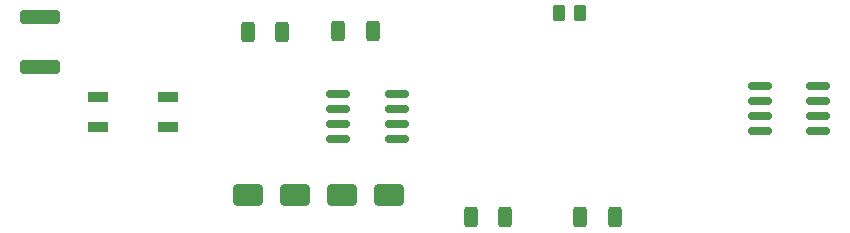
<source format=gtp>
G04 #@! TF.GenerationSoftware,KiCad,Pcbnew,8.0.3*
G04 #@! TF.CreationDate,2025-08-12T15:57:26+07:00*
G04 #@! TF.ProjectId,si-hardware-downled,73692d68-6172-4647-9761-72652d646f77,rev?*
G04 #@! TF.SameCoordinates,Original*
G04 #@! TF.FileFunction,Paste,Top*
G04 #@! TF.FilePolarity,Positive*
%FSLAX46Y46*%
G04 Gerber Fmt 4.6, Leading zero omitted, Abs format (unit mm)*
G04 Created by KiCad (PCBNEW 8.0.3) date 2025-08-12 15:57:26*
%MOMM*%
%LPD*%
G01*
G04 APERTURE LIST*
G04 Aperture macros list*
%AMRoundRect*
0 Rectangle with rounded corners*
0 $1 Rounding radius*
0 $2 $3 $4 $5 $6 $7 $8 $9 X,Y pos of 4 corners*
0 Add a 4 corners polygon primitive as box body*
4,1,4,$2,$3,$4,$5,$6,$7,$8,$9,$2,$3,0*
0 Add four circle primitives for the rounded corners*
1,1,$1+$1,$2,$3*
1,1,$1+$1,$4,$5*
1,1,$1+$1,$6,$7*
1,1,$1+$1,$8,$9*
0 Add four rect primitives between the rounded corners*
20,1,$1+$1,$2,$3,$4,$5,0*
20,1,$1+$1,$4,$5,$6,$7,0*
20,1,$1+$1,$6,$7,$8,$9,0*
20,1,$1+$1,$8,$9,$2,$3,0*%
G04 Aperture macros list end*
%ADD10RoundRect,0.250000X0.312500X0.625000X-0.312500X0.625000X-0.312500X-0.625000X0.312500X-0.625000X0*%
%ADD11RoundRect,0.250000X1.000000X0.650000X-1.000000X0.650000X-1.000000X-0.650000X1.000000X-0.650000X0*%
%ADD12RoundRect,0.250000X-1.000000X-0.650000X1.000000X-0.650000X1.000000X0.650000X-1.000000X0.650000X0*%
%ADD13RoundRect,0.250000X-0.262500X-0.450000X0.262500X-0.450000X0.262500X0.450000X-0.262500X0.450000X0*%
%ADD14RoundRect,0.250000X-1.450000X0.312500X-1.450000X-0.312500X1.450000X-0.312500X1.450000X0.312500X0*%
%ADD15RoundRect,0.150000X-0.825000X-0.150000X0.825000X-0.150000X0.825000X0.150000X-0.825000X0.150000X0*%
%ADD16R,1.792199X0.862800*%
G04 APERTURE END LIST*
D10*
X151969700Y-85464800D03*
X154894700Y-85464800D03*
D11*
X137086800Y-83610600D03*
X133086800Y-83610600D03*
D10*
X136011800Y-69822000D03*
X133086800Y-69822000D03*
D12*
X145043600Y-83610600D03*
X141043600Y-83610600D03*
D13*
X159428500Y-68223000D03*
X161253500Y-68223000D03*
D10*
X161240700Y-85464800D03*
X164165700Y-85464800D03*
D14*
X115535400Y-68490000D03*
X115535400Y-72765000D03*
D15*
X181418000Y-74378000D03*
X181418000Y-75648000D03*
X181418000Y-76918000D03*
X181418000Y-78188000D03*
X176468000Y-78188000D03*
X176468000Y-76918000D03*
X176468000Y-75648000D03*
X176468000Y-74378000D03*
X140746400Y-75050800D03*
X140746400Y-76320800D03*
X140746400Y-77590800D03*
X140746400Y-78860800D03*
X145696400Y-78860800D03*
X145696400Y-77590800D03*
X145696400Y-76320800D03*
X145696400Y-75050800D03*
D10*
X143671400Y-69742200D03*
X140746400Y-69742200D03*
D16*
X126305000Y-77830200D03*
X120386800Y-77830200D03*
X126305000Y-75330200D03*
X120386800Y-75330200D03*
M02*

</source>
